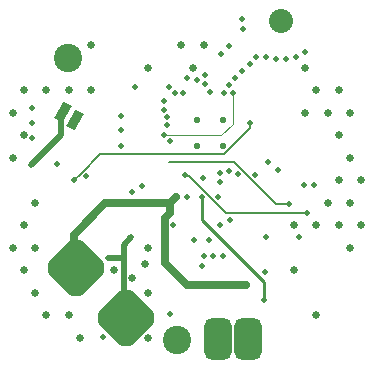
<source format=gbl>
G04*
G04 #@! TF.GenerationSoftware,Altium Limited,Altium Designer,19.0.12 (326)*
G04*
G04 Layer_Physical_Order=4*
G04 Layer_Color=16711680*
%FSLAX24Y24*%
%MOIN*%
G70*
G01*
G75*
%ADD14C,0.0100*%
%ADD67C,0.0080*%
%ADD68C,0.0040*%
%ADD72C,0.0200*%
%ADD73C,0.0060*%
%ADD75C,0.0250*%
%ADD76C,0.0803*%
G04:AMPARAMS|DCode=77|XSize=137.8mil|YSize=90.6mil|CornerRadius=22.6mil|HoleSize=0mil|Usage=FLASHONLY|Rotation=90.000|XOffset=0mil|YOffset=0mil|HoleType=Round|Shape=RoundedRectangle|*
%AMROUNDEDRECTD77*
21,1,0.1378,0.0453,0,0,90.0*
21,1,0.0925,0.0906,0,0,90.0*
1,1,0.0453,0.0226,0.0463*
1,1,0.0453,0.0226,-0.0463*
1,1,0.0453,-0.0226,-0.0463*
1,1,0.0453,-0.0226,0.0463*
%
%ADD77ROUNDEDRECTD77*%
%ADD78C,0.0945*%
%ADD79C,0.0220*%
%ADD80C,0.0200*%
%ADD81C,0.0250*%
G04:AMPARAMS|DCode=82|XSize=157.5mil|YSize=157.5mil|CornerRadius=39.4mil|HoleSize=0mil|Usage=FLASHONLY|Rotation=45.000|XOffset=0mil|YOffset=0mil|HoleType=Round|Shape=RoundedRectangle|*
%AMROUNDEDRECTD82*
21,1,0.1575,0.0787,0,0,45.0*
21,1,0.0787,0.1575,0,0,45.0*
1,1,0.0787,0.0557,0.0000*
1,1,0.0787,0.0000,-0.0557*
1,1,0.0787,-0.0557,0.0000*
1,1,0.0787,0.0000,0.0557*
%
%ADD82ROUNDEDRECTD82*%
G04:AMPARAMS|DCode=83|XSize=31.5mil|YSize=63mil|CornerRadius=0mil|HoleSize=0mil|Usage=FLASHONLY|Rotation=150.000|XOffset=0mil|YOffset=0mil|HoleType=Round|Shape=Rectangle|*
%AMROTATEDRECTD83*
4,1,4,0.0294,0.0194,-0.0021,-0.0352,-0.0294,-0.0194,0.0021,0.0352,0.0294,0.0194,0.0*
%
%ADD83ROTATEDRECTD83*%

D14*
X2769Y-3736D02*
Y-3142D01*
X700Y-1074D02*
X2769Y-3142D01*
X700Y-1074D02*
Y-300D01*
D67*
X-400Y850D02*
X1773D01*
X3173Y-550D01*
X3600D01*
X2300Y1998D02*
Y2150D01*
X1428Y1126D02*
X2300Y1998D01*
X-2675Y1126D02*
X1428D01*
X-3330Y470D02*
X-2675Y1126D01*
X-3550Y250D02*
X-3330Y470D01*
Y470D01*
D68*
X-546Y1738D02*
X1338D01*
X1732Y2132D01*
Y3150D01*
D72*
X-1898Y-2362D02*
Y-1898D01*
X-1650Y-1650D01*
X-1898Y-4426D02*
Y-2362D01*
X-2431D02*
X-1898D01*
X-4000Y2420D02*
X-3915Y2505D01*
X-4000Y1750D02*
Y2420D01*
X-5000Y750D02*
X-4000Y1750D01*
X-3569Y2206D02*
X-3506Y2269D01*
D73*
X264Y386D02*
X1500Y-850D01*
X246Y386D02*
X264D01*
X199Y433D02*
X246Y386D01*
X161Y433D02*
X199D01*
X1500Y-850D02*
X4200D01*
D75*
X-531Y-1020D02*
X-362Y-852D01*
Y-512D02*
X-150Y-300D01*
X-531Y-2500D02*
X217Y-3248D01*
X-3569Y-2756D02*
Y-1569D01*
X-2512Y-512D01*
X-531Y-2500D02*
Y-1020D01*
X-1650Y-512D02*
X-362D01*
Y-852D02*
Y-512D01*
X-2512D02*
X-1650D01*
X217Y-3248D02*
X2165D01*
D76*
X3346Y5568D02*
D03*
D77*
X1230Y-5060D02*
D03*
X2230D02*
D03*
D78*
X-3740Y4331D02*
D03*
X-108Y-5089D02*
D03*
D79*
X1407Y2240D02*
D03*
X541D02*
D03*
Y1374D02*
D03*
X1407D02*
D03*
D80*
X-1650Y-512D02*
D03*
X2165Y-3248D02*
D03*
X-1650Y-1650D02*
D03*
X-2431Y-2362D02*
D03*
X-150Y-300D02*
D03*
X2923Y866D02*
D03*
X935Y-1762D02*
D03*
X768Y-2274D02*
D03*
X695Y-2598D02*
D03*
X1093Y-2274D02*
D03*
X1230Y-300D02*
D03*
X-350Y-4222D02*
D03*
X433Y-1762D02*
D03*
X-266Y-1250D02*
D03*
X1407Y-2274D02*
D03*
X1299Y-1250D02*
D03*
X3248Y575D02*
D03*
X2490Y433D02*
D03*
X-2598Y-4980D02*
D03*
X-1299Y42D02*
D03*
X4104Y80D02*
D03*
X66Y3150D02*
D03*
X-177D02*
D03*
X1300Y200D02*
D03*
X161Y433D02*
D03*
X200Y-300D02*
D03*
X1624Y542D02*
D03*
X-1612Y-157D02*
D03*
X1653Y-1083D02*
D03*
X2769Y-3736D02*
D03*
X2046Y3878D02*
D03*
X3839Y4364D02*
D03*
X3511Y4277D02*
D03*
X3171Y4279D02*
D03*
X2843Y4368D02*
D03*
X2074Y5291D02*
D03*
X2046Y5630D02*
D03*
X4134Y4533D02*
D03*
X974Y3190D02*
D03*
X1438Y3140D02*
D03*
X1622Y4727D02*
D03*
X2297Y4127D02*
D03*
X2509Y4339D02*
D03*
X1355Y4459D02*
D03*
X827Y3739D02*
D03*
X805Y3440D02*
D03*
X1598Y3428D02*
D03*
X1803Y3647D02*
D03*
X550Y3573D02*
D03*
X217Y3657D02*
D03*
X2800Y-2800D02*
D03*
X700Y-300D02*
D03*
X3950Y-1644D02*
D03*
X2850D02*
D03*
X1319Y500D02*
D03*
X758Y333D02*
D03*
X-3550Y250D02*
D03*
X-350Y1550D02*
D03*
X-450Y2093D02*
D03*
X-546Y1738D02*
D03*
X2300Y2150D02*
D03*
X-5000Y750D02*
D03*
X3600Y-550D02*
D03*
X-1506Y3350D02*
D03*
X-3150Y396D02*
D03*
X-4111Y799D02*
D03*
X4200Y-850D02*
D03*
X4439Y80D02*
D03*
X1732Y3150D02*
D03*
X1900Y469D02*
D03*
X-4950Y2650D02*
D03*
Y2150D02*
D03*
Y1650D02*
D03*
X-400Y3350D02*
D03*
X-2000Y1400D02*
D03*
Y1916D02*
D03*
Y2400D02*
D03*
X-550Y2900D02*
D03*
X-450Y2350D02*
D03*
X-546Y2603D02*
D03*
D81*
X-1612Y-3000D02*
D03*
X-1200Y-2549D02*
D03*
X5650Y2500D02*
D03*
Y1000D02*
D03*
X6025Y250D02*
D03*
X5650Y-500D02*
D03*
X6025Y-1250D02*
D03*
X5650Y-2000D02*
D03*
X5275Y3250D02*
D03*
X4900Y2500D02*
D03*
X5275Y1750D02*
D03*
Y250D02*
D03*
X4900Y-500D02*
D03*
X5275Y-1250D02*
D03*
X4150Y4000D02*
D03*
X4525Y3250D02*
D03*
X4150Y2500D02*
D03*
X4525Y-1250D02*
D03*
Y-4250D02*
D03*
X3775Y-1250D02*
D03*
Y-2750D02*
D03*
X775Y4750D02*
D03*
X400Y4000D02*
D03*
X25Y4750D02*
D03*
X-1100Y4000D02*
D03*
Y-2000D02*
D03*
Y-3500D02*
D03*
Y-5000D02*
D03*
X-2225Y-2750D02*
D03*
X-2975Y4750D02*
D03*
Y3250D02*
D03*
X-3350Y-5000D02*
D03*
X-3725Y3250D02*
D03*
Y-4250D02*
D03*
X-4475Y3250D02*
D03*
X-4850Y-500D02*
D03*
Y-2000D02*
D03*
Y-3500D02*
D03*
X-4475Y-4250D02*
D03*
X-5225Y3250D02*
D03*
X-5600Y2500D02*
D03*
X-5225Y1750D02*
D03*
X-5600Y1000D02*
D03*
X-5225Y-1250D02*
D03*
X-5600Y-2000D02*
D03*
X-5225Y-2750D02*
D03*
D82*
X-3499Y-2686D02*
D03*
X-1829Y-4357D02*
D03*
D83*
X-3915Y2505D02*
D03*
X-3506Y2269D02*
D03*
M02*

</source>
